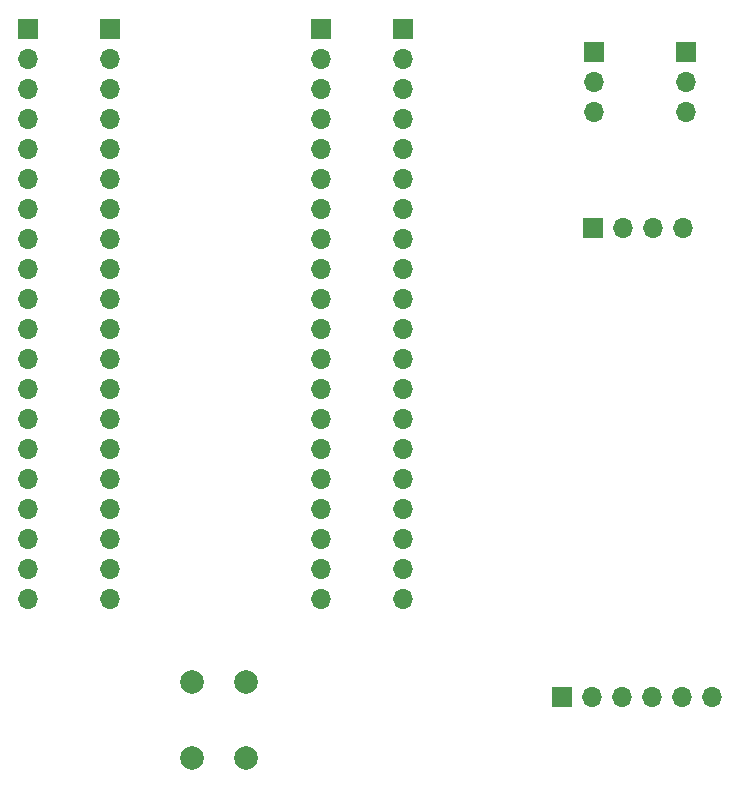
<source format=gbr>
%TF.GenerationSoftware,KiCad,Pcbnew,7.0.2*%
%TF.CreationDate,2023-06-06T15:03:05-03:00*%
%TF.ProjectId,Pico-Carrier,5069636f-2d43-4617-9272-6965722e6b69,rev?*%
%TF.SameCoordinates,Original*%
%TF.FileFunction,Soldermask,Top*%
%TF.FilePolarity,Negative*%
%FSLAX46Y46*%
G04 Gerber Fmt 4.6, Leading zero omitted, Abs format (unit mm)*
G04 Created by KiCad (PCBNEW 7.0.2) date 2023-06-06 15:03:05*
%MOMM*%
%LPD*%
G01*
G04 APERTURE LIST*
%ADD10R,1.700000X1.700000*%
%ADD11O,1.700000X1.700000*%
%ADD12C,2.000000*%
G04 APERTURE END LIST*
D10*
%TO.C,J1*%
X122400000Y-46200000D03*
D11*
X122400000Y-48740000D03*
X122400000Y-51280000D03*
X122400000Y-53820000D03*
X122400000Y-56360000D03*
X122400000Y-58900000D03*
X122400000Y-61440000D03*
X122400000Y-63980000D03*
X122400000Y-66520000D03*
X122400000Y-69060000D03*
X122400000Y-71600000D03*
X122400000Y-74140000D03*
X122400000Y-76680000D03*
X122400000Y-79220000D03*
X122400000Y-81760000D03*
X122400000Y-84300000D03*
X122400000Y-86840000D03*
X122400000Y-89380000D03*
X122400000Y-91920000D03*
X122400000Y-94460000D03*
%TD*%
D10*
%TO.C,J6*%
X160630000Y-102750000D03*
D11*
X163170000Y-102750000D03*
X165710000Y-102750000D03*
X168250000Y-102750000D03*
X170790000Y-102750000D03*
X173330000Y-102750000D03*
%TD*%
D10*
%TO.C,J5*%
X171100000Y-48110000D03*
D11*
X171100000Y-50650000D03*
X171100000Y-53190000D03*
%TD*%
D10*
%TO.C,J7*%
X115400000Y-46200000D03*
D11*
X115400000Y-48740000D03*
X115400000Y-51280000D03*
X115400000Y-53820000D03*
X115400000Y-56360000D03*
X115400000Y-58900000D03*
X115400000Y-61440000D03*
X115400000Y-63980000D03*
X115400000Y-66520000D03*
X115400000Y-69060000D03*
X115400000Y-71600000D03*
X115400000Y-74140000D03*
X115400000Y-76680000D03*
X115400000Y-79220000D03*
X115400000Y-81760000D03*
X115400000Y-84300000D03*
X115400000Y-86840000D03*
X115400000Y-89380000D03*
X115400000Y-91920000D03*
X115400000Y-94460000D03*
%TD*%
D10*
%TO.C,J4*%
X163350000Y-48125000D03*
D11*
X163350000Y-50665000D03*
X163350000Y-53205000D03*
%TD*%
D10*
%TO.C,J8*%
X147200000Y-46210000D03*
D11*
X147200000Y-48750000D03*
X147200000Y-51290000D03*
X147200000Y-53830000D03*
X147200000Y-56370000D03*
X147200000Y-58910000D03*
X147200000Y-61450000D03*
X147200000Y-63990000D03*
X147200000Y-66530000D03*
X147200000Y-69070000D03*
X147200000Y-71610000D03*
X147200000Y-74150000D03*
X147200000Y-76690000D03*
X147200000Y-79230000D03*
X147200000Y-81770000D03*
X147200000Y-84310000D03*
X147200000Y-86850000D03*
X147200000Y-89390000D03*
X147200000Y-91930000D03*
X147200000Y-94470000D03*
%TD*%
D12*
%TO.C,SW1*%
X133850000Y-101450000D03*
X133850000Y-107950000D03*
X129350000Y-101450000D03*
X129350000Y-107950000D03*
%TD*%
D10*
%TO.C,J2*%
X140200000Y-46200000D03*
D11*
X140200000Y-48740000D03*
X140200000Y-51280000D03*
X140200000Y-53820000D03*
X140200000Y-56360000D03*
X140200000Y-58900000D03*
X140200000Y-61440000D03*
X140200000Y-63980000D03*
X140200000Y-66520000D03*
X140200000Y-69060000D03*
X140200000Y-71600000D03*
X140200000Y-74140000D03*
X140200000Y-76680000D03*
X140200000Y-79220000D03*
X140200000Y-81760000D03*
X140200000Y-84300000D03*
X140200000Y-86840000D03*
X140200000Y-89380000D03*
X140200000Y-91920000D03*
X140200000Y-94460000D03*
%TD*%
D10*
%TO.C,J3*%
X163300000Y-63025000D03*
D11*
X165840000Y-63025000D03*
X168380000Y-63025000D03*
X170920000Y-63025000D03*
%TD*%
M02*

</source>
